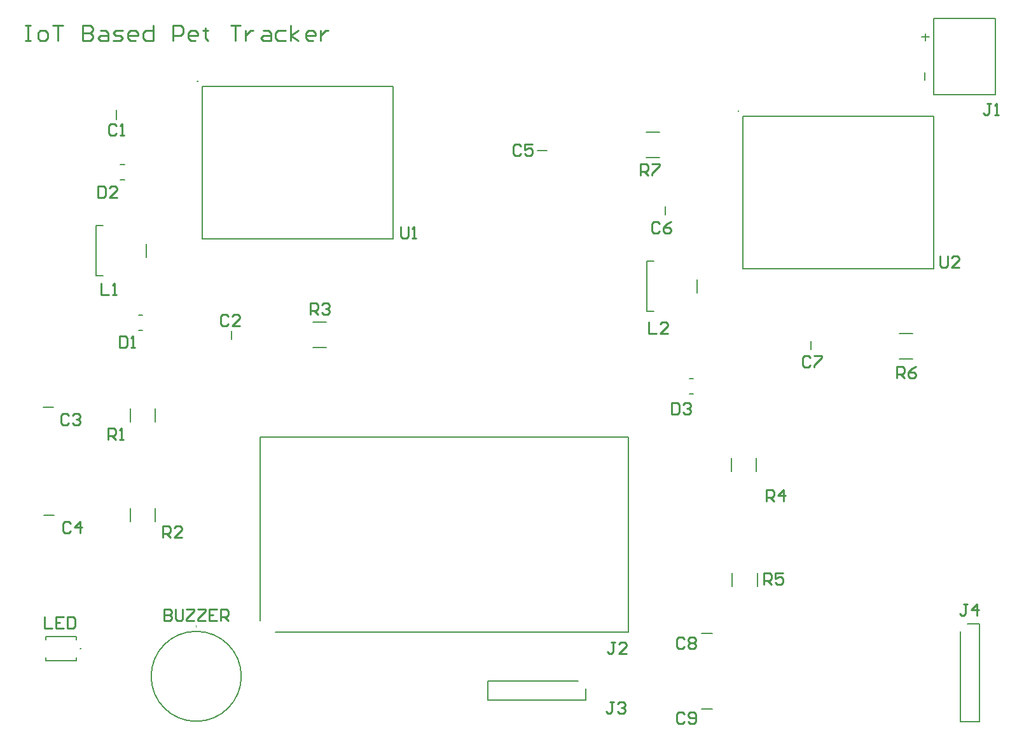
<source format=gto>
G04*
G04 #@! TF.GenerationSoftware,Altium Limited,Altium Designer,22.8.2 (66)*
G04*
G04 Layer_Color=65535*
%FSLAX44Y44*%
%MOMM*%
G71*
G04*
G04 #@! TF.SameCoordinates,59791082-BFED-418F-BB91-07DD3E29337C*
G04*
G04*
G04 #@! TF.FilePolarity,Positive*
G04*
G01*
G75*
%ADD10C,0.2000*%
%ADD11C,0.2540*%
D10*
X261300Y898000D02*
G03*
X262300Y898000I500J0D01*
G01*
D02*
G03*
X261300Y898000I-500J0D01*
G01*
X981300Y858000D02*
G03*
X982300Y858000I500J0D01*
G01*
D02*
G03*
X981300Y858000I-500J0D01*
G01*
X320000Y105100D02*
G03*
X200000Y105100I-60000J0D01*
G01*
D02*
G03*
X320000Y105100I60000J0D01*
G01*
X260000Y172100D02*
G03*
X260000Y171100I0J-500D01*
G01*
D02*
G03*
X260000Y172100I0J500D01*
G01*
X106500Y142000D02*
G03*
X105500Y142000I-500J0D01*
G01*
D02*
G03*
X106500Y142000I500J0D01*
G01*
X1242000Y981800D02*
X1324000D01*
X1242000Y880200D02*
Y981800D01*
Y880200D02*
X1324000D01*
Y981800D01*
X1226000Y957000D02*
X1236000D01*
X1231000Y952000D02*
Y962000D01*
X1230000Y900000D02*
Y910000D01*
X307000Y554500D02*
Y565500D01*
X1078000Y540500D02*
Y551500D01*
X57000Y320000D02*
X71000D01*
X933000Y62000D02*
X947000D01*
X56000Y464000D02*
X70000D01*
X933000Y162000D02*
X947000D01*
X153800Y847150D02*
Y859850D01*
X714650Y806000D02*
X727350D01*
X884000Y720500D02*
Y731500D01*
X193500Y663500D02*
Y681500D01*
X126500Y706000D02*
X136000D01*
X126500Y639000D02*
Y706000D01*
Y639000D02*
X136000D01*
X926500Y616000D02*
Y634000D01*
X859500Y658500D02*
X869000D01*
X859500Y591500D02*
Y658500D01*
Y591500D02*
X869000D01*
X182960Y566050D02*
X188653D01*
X182960Y586550D02*
X188653D01*
X159007Y767050D02*
X164700D01*
X159007Y787550D02*
X164700D01*
X916207Y481750D02*
X921900D01*
X916207Y502250D02*
X921900D01*
X648350Y73300D02*
Y98700D01*
Y73300D02*
X778600D01*
X648350Y98700D02*
X768600D01*
X778850Y73300D02*
Y89000D01*
X1277300Y44750D02*
X1302700D01*
Y175000D01*
X1277300Y44750D02*
Y165000D01*
X1287000Y175250D02*
X1302700D01*
X345000Y424100D02*
X835000D01*
X345000Y179100D02*
X345000Y424100D01*
X365000Y164100D02*
X835000Y164100D01*
Y424100D01*
X205800Y444000D02*
Y462000D01*
X172200Y444000D02*
Y462000D01*
X205800Y311000D02*
Y329000D01*
X172200Y311000D02*
Y329000D01*
X415250Y543200D02*
X433250D01*
X415250Y576800D02*
X433250D01*
X1005800Y378000D02*
Y396000D01*
X972200Y378000D02*
Y396000D01*
X1006800Y225000D02*
Y243000D01*
X973200Y225000D02*
Y243000D01*
X1196000Y528200D02*
X1214000D01*
X1196000Y561800D02*
X1214000D01*
X859000Y830300D02*
X877000D01*
X859000Y796700D02*
X877000D01*
X268000Y688400D02*
X522000D01*
X268000D02*
Y891600D01*
X522000D01*
Y688400D02*
Y891600D01*
X988000Y648400D02*
X1242000D01*
X988000D02*
Y851600D01*
X1242000D01*
Y648400D02*
Y851600D01*
X100700Y154000D02*
Y158000D01*
Y126000D02*
Y130000D01*
X59900Y158000D02*
X100700D01*
X59700Y154000D02*
Y158000D01*
Y126000D02*
Y130000D01*
Y126000D02*
X100500D01*
D11*
X32540Y972534D02*
X39204D01*
X35872D01*
Y952540D01*
X32540D01*
X39204D01*
X52533D02*
X59198D01*
X62530Y955872D01*
Y962537D01*
X59198Y965869D01*
X52533D01*
X49201Y962537D01*
Y955872D01*
X52533Y952540D01*
X69195Y972534D02*
X82524D01*
X75859D01*
Y952540D01*
X109182Y972534D02*
Y952540D01*
X119179D01*
X122511Y955872D01*
Y959204D01*
X119179Y962537D01*
X109182D01*
X119179D01*
X122511Y965869D01*
Y969201D01*
X119179Y972534D01*
X109182D01*
X132508Y965869D02*
X139172D01*
X142505Y962537D01*
Y952540D01*
X132508D01*
X129176Y955872D01*
X132508Y959204D01*
X142505D01*
X149169Y952540D02*
X159166D01*
X162498Y955872D01*
X159166Y959204D01*
X152501D01*
X149169Y962537D01*
X152501Y965869D01*
X162498D01*
X179159Y952540D02*
X172495D01*
X169163Y955872D01*
Y962537D01*
X172495Y965869D01*
X179159D01*
X182492Y962537D01*
Y959204D01*
X169163D01*
X202485Y972534D02*
Y952540D01*
X192488D01*
X189156Y955872D01*
Y962537D01*
X192488Y965869D01*
X202485D01*
X229143Y952540D02*
Y972534D01*
X239140D01*
X242472Y969201D01*
Y962537D01*
X239140Y959204D01*
X229143D01*
X259134Y952540D02*
X252469D01*
X249137Y955872D01*
Y962537D01*
X252469Y965869D01*
X259134D01*
X262466Y962537D01*
Y959204D01*
X249137D01*
X272463Y969201D02*
Y965869D01*
X269130D01*
X275795D01*
X272463D01*
Y955872D01*
X275795Y952540D01*
X305785Y972534D02*
X319114D01*
X312450D01*
Y952540D01*
X325779Y965869D02*
Y952540D01*
Y959204D01*
X329111Y962537D01*
X332443Y965869D01*
X335776D01*
X349105D02*
X355769D01*
X359101Y962537D01*
Y952540D01*
X349105D01*
X345772Y955872D01*
X349105Y959204D01*
X359101D01*
X379095Y965869D02*
X369098D01*
X365766Y962537D01*
Y955872D01*
X369098Y952540D01*
X379095D01*
X385760D02*
Y972534D01*
Y959204D02*
X395756Y965869D01*
X385760Y959204D02*
X395756Y952540D01*
X415750D02*
X409085D01*
X405753Y955872D01*
Y962537D01*
X409085Y965869D01*
X415750D01*
X419082Y962537D01*
Y959204D01*
X405753D01*
X425747Y965869D02*
Y952540D01*
Y959204D01*
X429079Y962537D01*
X432411Y965869D01*
X435743D01*
X1318000Y868617D02*
X1312922D01*
X1315461D01*
Y855922D01*
X1312922Y853382D01*
X1310383D01*
X1307843Y855922D01*
X1323078Y853382D02*
X1328157D01*
X1325618D01*
Y868617D01*
X1323078Y866078D01*
X1250304Y665618D02*
Y652922D01*
X1252843Y650383D01*
X1257922D01*
X1260461Y652922D01*
Y665618D01*
X1275696Y650383D02*
X1265539D01*
X1275696Y660539D01*
Y663078D01*
X1273157Y665618D01*
X1268078D01*
X1265539Y663078D01*
X1077461Y530078D02*
X1074922Y532617D01*
X1069843D01*
X1067304Y530078D01*
Y519922D01*
X1069843Y517383D01*
X1074922D01*
X1077461Y519922D01*
X1082539Y532617D02*
X1092696D01*
Y530078D01*
X1082539Y519922D01*
Y517383D01*
X1192304Y502383D02*
Y517617D01*
X1199922D01*
X1202461Y515078D01*
Y510000D01*
X1199922Y507461D01*
X1192304D01*
X1197383D02*
X1202461Y502383D01*
X1217696Y517617D02*
X1212617Y515078D01*
X1207539Y510000D01*
Y504922D01*
X1210078Y502383D01*
X1215157D01*
X1217696Y504922D01*
Y507461D01*
X1215157Y510000D01*
X1207539D01*
X817461Y150618D02*
X812383D01*
X814922D01*
Y137922D01*
X812383Y135382D01*
X809843D01*
X807304Y137922D01*
X832696Y135382D02*
X822539D01*
X832696Y145539D01*
Y148078D01*
X830157Y150618D01*
X825078D01*
X822539Y148078D01*
X815461Y70617D02*
X810383D01*
X812922D01*
Y57922D01*
X810383Y55382D01*
X807843D01*
X805304Y57922D01*
X820539Y68078D02*
X823078Y70617D01*
X828157D01*
X830696Y68078D01*
Y65539D01*
X828157Y63000D01*
X825618D01*
X828157D01*
X830696Y60461D01*
Y57922D01*
X828157Y55382D01*
X823078D01*
X820539Y57922D01*
X1015304Y227383D02*
Y242617D01*
X1022922D01*
X1025461Y240078D01*
Y235000D01*
X1022922Y232461D01*
X1015304D01*
X1020383D02*
X1025461Y227383D01*
X1040696Y242617D02*
X1030539D01*
Y235000D01*
X1035618Y237539D01*
X1038157D01*
X1040696Y235000D01*
Y229922D01*
X1038157Y227383D01*
X1033078D01*
X1030539Y229922D01*
X1019304Y338382D02*
Y353618D01*
X1026922D01*
X1029461Y351078D01*
Y346000D01*
X1026922Y343461D01*
X1019304D01*
X1024382D02*
X1029461Y338382D01*
X1042157D02*
Y353618D01*
X1034539Y346000D01*
X1044696D01*
X216834Y194618D02*
Y179382D01*
X224452D01*
X226991Y181922D01*
Y184461D01*
X224452Y187000D01*
X216834D01*
X224452D01*
X226991Y189539D01*
Y192078D01*
X224452Y194618D01*
X216834D01*
X232069D02*
Y181922D01*
X234608Y179382D01*
X239687D01*
X242226Y181922D01*
Y194618D01*
X247304D02*
X257461D01*
Y192078D01*
X247304Y181922D01*
Y179382D01*
X257461D01*
X262539Y194618D02*
X272696D01*
Y192078D01*
X262539Y181922D01*
Y179382D01*
X272696D01*
X287931Y194618D02*
X277774D01*
Y179382D01*
X287931D01*
X277774Y187000D02*
X282853D01*
X293009Y179382D02*
Y194618D01*
X300627D01*
X303166Y192078D01*
Y187000D01*
X300627Y184461D01*
X293009D01*
X298088D02*
X303166Y179382D01*
X909461Y155078D02*
X906922Y157618D01*
X901843D01*
X899304Y155078D01*
Y144922D01*
X901843Y142382D01*
X906922D01*
X909461Y144922D01*
X914539Y155078D02*
X917078Y157618D01*
X922157D01*
X924696Y155078D01*
Y152539D01*
X922157Y150000D01*
X924696Y147461D01*
Y144922D01*
X922157Y142382D01*
X917078D01*
X914539Y144922D01*
Y147461D01*
X917078Y150000D01*
X914539Y152539D01*
Y155078D01*
X917078Y150000D02*
X922157D01*
X909461Y55078D02*
X906922Y57618D01*
X901843D01*
X899304Y55078D01*
Y44922D01*
X901843Y42382D01*
X906922D01*
X909461Y44922D01*
X914539D02*
X917078Y42382D01*
X922157D01*
X924696Y44922D01*
Y55078D01*
X922157Y57618D01*
X917078D01*
X914539Y55078D01*
Y52539D01*
X917078Y50000D01*
X924696D01*
X1286527Y201041D02*
X1281448D01*
X1283987D01*
Y188345D01*
X1281448Y185806D01*
X1278909D01*
X1276370Y188345D01*
X1299223Y185806D02*
Y201041D01*
X1291605Y193424D01*
X1301762D01*
X851304Y772383D02*
Y787617D01*
X858922D01*
X861461Y785078D01*
Y780000D01*
X858922Y777461D01*
X851304D01*
X856383D02*
X861461Y772383D01*
X866539Y787617D02*
X876696D01*
Y785078D01*
X866539Y774922D01*
Y772383D01*
X876461Y708078D02*
X873922Y710618D01*
X868843D01*
X866304Y708078D01*
Y697922D01*
X868843Y695383D01*
X873922D01*
X876461Y697922D01*
X891696Y710618D02*
X886618Y708078D01*
X881539Y703000D01*
Y697922D01*
X884078Y695383D01*
X889157D01*
X891696Y697922D01*
Y700461D01*
X889157Y703000D01*
X881539D01*
X893304Y469618D02*
Y454382D01*
X900922D01*
X903461Y456922D01*
Y467078D01*
X900922Y469618D01*
X893304D01*
X908539Y467078D02*
X911078Y469618D01*
X916157D01*
X918696Y467078D01*
Y464539D01*
X916157Y462000D01*
X913618D01*
X916157D01*
X918696Y459461D01*
Y456922D01*
X916157Y454382D01*
X911078D01*
X908539Y456922D01*
X862304Y577617D02*
Y562383D01*
X872461D01*
X887696D02*
X877539D01*
X887696Y572539D01*
Y575078D01*
X885157Y577617D01*
X880078D01*
X877539Y575078D01*
X302461Y585078D02*
X299922Y587617D01*
X294843D01*
X292304Y585078D01*
Y574922D01*
X294843Y572382D01*
X299922D01*
X302461Y574922D01*
X317696Y572382D02*
X307539D01*
X317696Y582539D01*
Y585078D01*
X315157Y587617D01*
X310078D01*
X307539Y585078D01*
X58186Y184023D02*
Y168788D01*
X68343D01*
X83578Y184023D02*
X73421D01*
Y168788D01*
X83578D01*
X73421Y176406D02*
X78499D01*
X88656Y184023D02*
Y168788D01*
X96274D01*
X98813Y171327D01*
Y181484D01*
X96274Y184023D01*
X88656D01*
X692461Y812078D02*
X689922Y814617D01*
X684843D01*
X682304Y812078D01*
Y801922D01*
X684843Y799382D01*
X689922D01*
X692461Y801922D01*
X707696Y814617D02*
X697539D01*
Y807000D01*
X702617Y809539D01*
X705157D01*
X707696Y807000D01*
Y801922D01*
X705157Y799382D01*
X700078D01*
X697539Y801922D01*
X531843Y704617D02*
Y691922D01*
X534383Y689382D01*
X539461D01*
X542000Y691922D01*
Y704617D01*
X547078Y689382D02*
X552157D01*
X549618D01*
Y704617D01*
X547078Y702078D01*
X129304Y758617D02*
Y743382D01*
X136922D01*
X139461Y745922D01*
Y756078D01*
X136922Y758617D01*
X129304D01*
X154696Y743382D02*
X144539D01*
X154696Y753539D01*
Y756078D01*
X152157Y758617D01*
X147078D01*
X144539Y756078D01*
X154000Y839078D02*
X151461Y841618D01*
X146383D01*
X143843Y839078D01*
Y828922D01*
X146383Y826383D01*
X151461D01*
X154000Y828922D01*
X159078Y826383D02*
X164157D01*
X161618D01*
Y841618D01*
X159078Y839078D01*
X133843Y628618D02*
Y613382D01*
X144000D01*
X149078D02*
X154157D01*
X151618D01*
Y628618D01*
X149078Y626078D01*
X90461Y453078D02*
X87922Y455617D01*
X82843D01*
X80304Y453078D01*
Y442922D01*
X82843Y440382D01*
X87922D01*
X90461Y442922D01*
X95539Y453078D02*
X98078Y455617D01*
X103157D01*
X105696Y453078D01*
Y450539D01*
X103157Y448000D01*
X100618D01*
X103157D01*
X105696Y445461D01*
Y442922D01*
X103157Y440382D01*
X98078D01*
X95539Y442922D01*
X142843Y420382D02*
Y435617D01*
X150461D01*
X153000Y433078D01*
Y428000D01*
X150461Y425461D01*
X142843D01*
X147922D02*
X153000Y420382D01*
X158078D02*
X163157D01*
X160618D01*
Y435617D01*
X158078Y433078D01*
X157843Y558618D02*
Y543382D01*
X165461D01*
X168000Y545922D01*
Y556078D01*
X165461Y558618D01*
X157843D01*
X173078Y543382D02*
X178157D01*
X175618D01*
Y558618D01*
X173078Y556078D01*
X412304Y587382D02*
Y602617D01*
X419922D01*
X422461Y600078D01*
Y595000D01*
X419922Y592461D01*
X412304D01*
X417382D02*
X422461Y587382D01*
X427539Y600078D02*
X430078Y602617D01*
X435157D01*
X437696Y600078D01*
Y597539D01*
X435157Y595000D01*
X432617D01*
X435157D01*
X437696Y592461D01*
Y589922D01*
X435157Y587382D01*
X430078D01*
X427539Y589922D01*
X92461Y309078D02*
X89922Y311618D01*
X84843D01*
X82304Y309078D01*
Y298922D01*
X84843Y296383D01*
X89922D01*
X92461Y298922D01*
X105157Y296383D02*
Y311618D01*
X97539Y304000D01*
X107696D01*
X215304Y290382D02*
Y305618D01*
X222922D01*
X225461Y303078D01*
Y298000D01*
X222922Y295461D01*
X215304D01*
X220382D02*
X225461Y290382D01*
X240696D02*
X230539D01*
X240696Y300539D01*
Y303078D01*
X238157Y305618D01*
X233078D01*
X230539Y303078D01*
M02*

</source>
